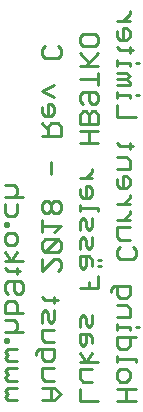
<source format=gbo>
G75*
%MOIN*%
%OFA0B0*%
%FSLAX25Y25*%
%IPPOS*%
%LPD*%
%AMOC8*
5,1,8,0,0,1.08239X$1,22.5*
%
%ADD10C,0.00900*%
D10*
X0068930Y0040273D02*
X0069948Y0041290D01*
X0068930Y0042308D01*
X0069948Y0043325D01*
X0073000Y0043325D01*
X0073000Y0045701D02*
X0069948Y0045701D01*
X0068930Y0046718D01*
X0069948Y0047736D01*
X0068930Y0048753D01*
X0069948Y0049771D01*
X0073000Y0049771D01*
X0073000Y0052146D02*
X0069948Y0052146D01*
X0068930Y0053164D01*
X0069948Y0054181D01*
X0068930Y0055199D01*
X0069948Y0056216D01*
X0073000Y0056216D01*
X0069948Y0058592D02*
X0069948Y0059609D01*
X0068930Y0059609D01*
X0068930Y0058592D01*
X0069948Y0058592D01*
X0068930Y0061814D02*
X0075035Y0061814D01*
X0073000Y0062832D02*
X0073000Y0064867D01*
X0071983Y0065885D01*
X0068930Y0065885D01*
X0068930Y0068260D02*
X0068930Y0071312D01*
X0069948Y0072330D01*
X0071983Y0072330D01*
X0073000Y0071312D01*
X0073000Y0068260D01*
X0075035Y0068260D02*
X0068930Y0068260D01*
X0069948Y0074705D02*
X0068930Y0075723D01*
X0068930Y0077758D01*
X0069948Y0078776D01*
X0074018Y0078776D01*
X0075035Y0077758D01*
X0075035Y0075723D01*
X0074018Y0074705D01*
X0073000Y0074705D01*
X0071983Y0075723D01*
X0071983Y0078776D01*
X0073000Y0081151D02*
X0073000Y0083186D01*
X0074018Y0082168D02*
X0069948Y0082168D01*
X0068930Y0083186D01*
X0068930Y0085448D02*
X0075035Y0085448D01*
X0073000Y0088500D02*
X0070965Y0085448D01*
X0068930Y0088500D01*
X0069948Y0090819D02*
X0068930Y0091837D01*
X0068930Y0093872D01*
X0069948Y0094889D01*
X0071983Y0094889D01*
X0073000Y0093872D01*
X0073000Y0091837D01*
X0071983Y0090819D01*
X0069948Y0090819D01*
X0069948Y0097265D02*
X0068930Y0097265D01*
X0068930Y0098282D01*
X0069948Y0098282D01*
X0069948Y0097265D01*
X0069948Y0100487D02*
X0068930Y0101505D01*
X0068930Y0104557D01*
X0068930Y0106933D02*
X0075035Y0106933D01*
X0073000Y0107950D02*
X0073000Y0109985D01*
X0071983Y0111003D01*
X0068930Y0111003D01*
X0071983Y0106933D02*
X0073000Y0107950D01*
X0073000Y0104557D02*
X0073000Y0101505D01*
X0071983Y0100487D01*
X0069948Y0100487D01*
X0081430Y0099186D02*
X0081430Y0095116D01*
X0081430Y0097151D02*
X0087535Y0097151D01*
X0085500Y0095116D01*
X0086518Y0092741D02*
X0082448Y0088671D01*
X0081430Y0089688D01*
X0081430Y0091723D01*
X0082448Y0092741D01*
X0086518Y0092741D01*
X0087535Y0091723D01*
X0087535Y0089688D01*
X0086518Y0088671D01*
X0082448Y0088671D01*
X0081430Y0086295D02*
X0081430Y0082225D01*
X0085500Y0086295D01*
X0086518Y0086295D01*
X0087535Y0085278D01*
X0087535Y0083243D01*
X0086518Y0082225D01*
X0085500Y0073518D02*
X0085500Y0071483D01*
X0086518Y0072500D02*
X0082448Y0072500D01*
X0081430Y0073518D01*
X0082448Y0069107D02*
X0083465Y0068090D01*
X0083465Y0066055D01*
X0084483Y0065037D01*
X0085500Y0066055D01*
X0085500Y0069107D01*
X0082448Y0069107D02*
X0081430Y0068090D01*
X0081430Y0065037D01*
X0081430Y0062662D02*
X0085500Y0062662D01*
X0085500Y0058592D02*
X0082448Y0058592D01*
X0081430Y0059609D01*
X0081430Y0062662D01*
X0081430Y0056216D02*
X0081430Y0053164D01*
X0082448Y0052146D01*
X0084483Y0052146D01*
X0085500Y0053164D01*
X0085500Y0056216D01*
X0080413Y0056216D01*
X0079395Y0055199D01*
X0079395Y0054181D01*
X0081430Y0049771D02*
X0085500Y0049771D01*
X0081430Y0049771D02*
X0081430Y0046718D01*
X0082448Y0045701D01*
X0085500Y0045701D01*
X0085500Y0043325D02*
X0081430Y0043325D01*
X0084483Y0043325D02*
X0084483Y0039255D01*
X0085500Y0039255D02*
X0081430Y0039255D01*
X0085500Y0039255D02*
X0087535Y0041290D01*
X0085500Y0043325D01*
X0093940Y0043020D02*
X0093940Y0038950D01*
X0100045Y0038950D01*
X0098010Y0045396D02*
X0094958Y0045396D01*
X0093940Y0046413D01*
X0093940Y0049466D01*
X0098010Y0049466D01*
X0095975Y0051841D02*
X0098010Y0054894D01*
X0098010Y0058230D02*
X0098010Y0060265D01*
X0096993Y0061282D01*
X0093940Y0061282D01*
X0093940Y0058230D01*
X0094958Y0057212D01*
X0095975Y0058230D01*
X0095975Y0061282D01*
X0096993Y0063658D02*
X0098010Y0064675D01*
X0098010Y0067728D01*
X0095975Y0066710D02*
X0095975Y0064675D01*
X0096993Y0063658D01*
X0093940Y0063658D02*
X0093940Y0066710D01*
X0094958Y0067728D01*
X0095975Y0066710D01*
X0096993Y0076549D02*
X0096993Y0078584D01*
X0100045Y0076549D02*
X0093940Y0076549D01*
X0100045Y0076549D02*
X0100045Y0080619D01*
X0100045Y0084012D02*
X0101063Y0084012D01*
X0101063Y0086047D02*
X0100045Y0086047D01*
X0098010Y0086047D02*
X0098010Y0084012D01*
X0098010Y0086047D02*
X0096993Y0087064D01*
X0093940Y0087064D01*
X0093940Y0084012D01*
X0094958Y0082994D01*
X0095975Y0084012D01*
X0095975Y0087064D01*
X0096993Y0089440D02*
X0098010Y0090457D01*
X0098010Y0093510D01*
X0095975Y0092492D02*
X0095975Y0090457D01*
X0096993Y0089440D01*
X0093940Y0089440D02*
X0093940Y0092492D01*
X0094958Y0093510D01*
X0095975Y0092492D01*
X0096993Y0095885D02*
X0098010Y0096903D01*
X0098010Y0099955D01*
X0095975Y0098938D02*
X0095975Y0096903D01*
X0096993Y0095885D01*
X0093940Y0095885D02*
X0093940Y0098938D01*
X0094958Y0099955D01*
X0095975Y0098938D01*
X0093940Y0102331D02*
X0093940Y0104366D01*
X0093940Y0103348D02*
X0100045Y0103348D01*
X0100045Y0102331D01*
X0096993Y0106628D02*
X0098010Y0107645D01*
X0098010Y0109680D01*
X0096993Y0110698D01*
X0095975Y0110698D01*
X0095975Y0106628D01*
X0094958Y0106628D02*
X0096993Y0106628D01*
X0094958Y0106628D02*
X0093940Y0107645D01*
X0093940Y0109680D01*
X0093940Y0113073D02*
X0098010Y0113073D01*
X0095975Y0113073D02*
X0098010Y0115108D01*
X0098010Y0116126D01*
X0106440Y0116296D02*
X0110510Y0116296D01*
X0110510Y0119349D01*
X0109493Y0120366D01*
X0106440Y0120366D01*
X0107458Y0123759D02*
X0106440Y0124777D01*
X0107458Y0123759D02*
X0111528Y0123759D01*
X0110510Y0122741D02*
X0110510Y0124777D01*
X0112545Y0133484D02*
X0106440Y0133484D01*
X0106440Y0137554D01*
X0106440Y0139929D02*
X0106440Y0141965D01*
X0106440Y0140947D02*
X0110510Y0140947D01*
X0110510Y0139929D01*
X0112545Y0140947D02*
X0113563Y0140947D01*
X0110510Y0144226D02*
X0110510Y0145244D01*
X0109493Y0146262D01*
X0110510Y0147279D01*
X0109493Y0148297D01*
X0106440Y0148297D01*
X0106440Y0146262D02*
X0109493Y0146262D01*
X0110510Y0144226D02*
X0106440Y0144226D01*
X0100045Y0144226D02*
X0100045Y0148297D01*
X0100045Y0146262D02*
X0093940Y0146262D01*
X0093940Y0150672D02*
X0100045Y0150672D01*
X0095975Y0150672D02*
X0100045Y0154742D01*
X0099028Y0157117D02*
X0094958Y0157117D01*
X0093940Y0158135D01*
X0093940Y0160170D01*
X0094958Y0161188D01*
X0099028Y0161188D01*
X0100045Y0160170D01*
X0100045Y0158135D01*
X0099028Y0157117D01*
X0093940Y0154742D02*
X0096993Y0151689D01*
X0096993Y0141851D02*
X0096993Y0138798D01*
X0098010Y0137781D01*
X0099028Y0137781D01*
X0100045Y0138798D01*
X0100045Y0140834D01*
X0099028Y0141851D01*
X0094958Y0141851D01*
X0093940Y0140834D01*
X0093940Y0138798D01*
X0094958Y0137781D01*
X0094958Y0135406D02*
X0093940Y0134388D01*
X0093940Y0131335D01*
X0100045Y0131335D01*
X0100045Y0134388D01*
X0099028Y0135406D01*
X0098010Y0135406D01*
X0096993Y0134388D01*
X0096993Y0131335D01*
X0096993Y0128960D02*
X0096993Y0124890D01*
X0100045Y0124890D02*
X0093940Y0124890D01*
X0093940Y0128960D02*
X0100045Y0128960D01*
X0096993Y0134388D02*
X0095975Y0135406D01*
X0094958Y0135406D01*
X0087535Y0130396D02*
X0087535Y0127344D01*
X0081430Y0127344D01*
X0083465Y0127344D02*
X0083465Y0130396D01*
X0084483Y0131414D01*
X0086518Y0131414D01*
X0087535Y0130396D01*
X0083465Y0129379D02*
X0081430Y0131414D01*
X0082448Y0133789D02*
X0084483Y0133789D01*
X0085500Y0134807D01*
X0085500Y0136842D01*
X0084483Y0137859D01*
X0083465Y0137859D01*
X0083465Y0133789D01*
X0082448Y0133789D02*
X0081430Y0134807D01*
X0081430Y0136842D01*
X0085500Y0140235D02*
X0081430Y0142270D01*
X0085500Y0144305D01*
X0086518Y0153126D02*
X0082448Y0153126D01*
X0081430Y0154143D01*
X0081430Y0156178D01*
X0082448Y0157196D01*
X0086518Y0157196D02*
X0087535Y0156178D01*
X0087535Y0154143D01*
X0086518Y0153126D01*
X0106440Y0152707D02*
X0106440Y0150672D01*
X0106440Y0151689D02*
X0110510Y0151689D01*
X0110510Y0150672D01*
X0112545Y0151689D02*
X0113563Y0151689D01*
X0110510Y0154969D02*
X0110510Y0157004D01*
X0111528Y0155986D02*
X0107458Y0155986D01*
X0106440Y0157004D01*
X0107458Y0159266D02*
X0106440Y0160283D01*
X0106440Y0162319D01*
X0108475Y0163336D02*
X0108475Y0159266D01*
X0107458Y0159266D02*
X0109493Y0159266D01*
X0110510Y0160283D01*
X0110510Y0162319D01*
X0109493Y0163336D01*
X0108475Y0163336D01*
X0108475Y0165711D02*
X0110510Y0167747D01*
X0110510Y0168764D01*
X0110510Y0165711D02*
X0106440Y0165711D01*
X0084483Y0118523D02*
X0084483Y0114453D01*
X0085500Y0105632D02*
X0084483Y0104614D01*
X0084483Y0102579D01*
X0085500Y0101562D01*
X0086518Y0101562D01*
X0087535Y0102579D01*
X0087535Y0104614D01*
X0086518Y0105632D01*
X0085500Y0105632D01*
X0084483Y0104614D02*
X0083465Y0105632D01*
X0082448Y0105632D01*
X0081430Y0104614D01*
X0081430Y0102579D01*
X0082448Y0101562D01*
X0083465Y0101562D01*
X0084483Y0102579D01*
X0105422Y0077396D02*
X0104405Y0076379D01*
X0104405Y0075361D01*
X0106440Y0074344D02*
X0106440Y0077396D01*
X0105422Y0077396D02*
X0110510Y0077396D01*
X0110510Y0074344D01*
X0109493Y0073326D01*
X0107458Y0073326D01*
X0106440Y0074344D01*
X0106440Y0070951D02*
X0109493Y0070951D01*
X0110510Y0069933D01*
X0110510Y0066880D01*
X0106440Y0066880D01*
X0106440Y0064619D02*
X0106440Y0062584D01*
X0106440Y0063601D02*
X0110510Y0063601D01*
X0110510Y0062584D01*
X0112545Y0063601D02*
X0113563Y0063601D01*
X0112545Y0060208D02*
X0106440Y0060208D01*
X0106440Y0057156D01*
X0107458Y0056138D01*
X0109493Y0056138D01*
X0110510Y0057156D01*
X0110510Y0060208D01*
X0106440Y0053876D02*
X0106440Y0051841D01*
X0106440Y0052859D02*
X0112545Y0052859D01*
X0112545Y0051841D01*
X0109493Y0049466D02*
X0110510Y0048448D01*
X0110510Y0046413D01*
X0109493Y0045396D01*
X0107458Y0045396D01*
X0106440Y0046413D01*
X0106440Y0048448D01*
X0107458Y0049466D01*
X0109493Y0049466D01*
X0109493Y0043020D02*
X0109493Y0038950D01*
X0112545Y0038950D02*
X0106440Y0038950D01*
X0106440Y0043020D02*
X0112545Y0043020D01*
X0100045Y0051841D02*
X0093940Y0051841D01*
X0095975Y0051841D02*
X0093940Y0054894D01*
X0073000Y0062832D02*
X0071983Y0061814D01*
X0068930Y0040273D02*
X0069948Y0039255D01*
X0073000Y0039255D01*
X0107458Y0086217D02*
X0106440Y0087235D01*
X0106440Y0089270D01*
X0107458Y0090287D01*
X0107458Y0092662D02*
X0106440Y0093680D01*
X0106440Y0096733D01*
X0110510Y0096733D01*
X0110510Y0099108D02*
X0106440Y0099108D01*
X0108475Y0099108D02*
X0110510Y0101143D01*
X0110510Y0102161D01*
X0110510Y0104479D02*
X0106440Y0104479D01*
X0108475Y0104479D02*
X0110510Y0106514D01*
X0110510Y0107532D01*
X0109493Y0109850D02*
X0110510Y0110868D01*
X0110510Y0112903D01*
X0109493Y0113921D01*
X0108475Y0113921D01*
X0108475Y0109850D01*
X0107458Y0109850D02*
X0109493Y0109850D01*
X0107458Y0109850D02*
X0106440Y0110868D01*
X0106440Y0112903D01*
X0107458Y0092662D02*
X0110510Y0092662D01*
X0111528Y0090287D02*
X0112545Y0089270D01*
X0112545Y0087235D01*
X0111528Y0086217D01*
X0107458Y0086217D01*
M02*

</source>
